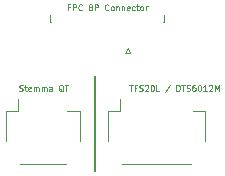
<source format=gbr>
%TF.GenerationSoftware,KiCad,Pcbnew,9.0.4*%
%TF.CreationDate,2025-11-17T08:26:59+00:00*%
%TF.ProjectId,MRF-Pro-v7-breakout-33,4d52462d-5072-46f2-9d76-372d62726561,rev?*%
%TF.SameCoordinates,Original*%
%TF.FileFunction,Legend,Top*%
%TF.FilePolarity,Positive*%
%FSLAX46Y46*%
G04 Gerber Fmt 4.6, Leading zero omitted, Abs format (unit mm)*
G04 Created by KiCad (PCBNEW 9.0.4) date 2025-11-17 08:26:59*
%MOMM*%
%LPD*%
G01*
G04 APERTURE LIST*
%ADD10C,0.150000*%
%ADD11C,0.125000*%
%ADD12C,0.120000*%
G04 APERTURE END LIST*
D10*
X126750000Y-138000000D02*
X126750000Y-130000000D01*
D11*
X124625230Y-124139104D02*
X124458563Y-124139104D01*
X124458563Y-124401009D02*
X124458563Y-123901009D01*
X124458563Y-123901009D02*
X124696658Y-123901009D01*
X124887134Y-124401009D02*
X124887134Y-123901009D01*
X124887134Y-123901009D02*
X125077610Y-123901009D01*
X125077610Y-123901009D02*
X125125229Y-123924819D01*
X125125229Y-123924819D02*
X125149039Y-123948628D01*
X125149039Y-123948628D02*
X125172848Y-123996247D01*
X125172848Y-123996247D02*
X125172848Y-124067676D01*
X125172848Y-124067676D02*
X125149039Y-124115295D01*
X125149039Y-124115295D02*
X125125229Y-124139104D01*
X125125229Y-124139104D02*
X125077610Y-124162914D01*
X125077610Y-124162914D02*
X124887134Y-124162914D01*
X125672848Y-124353390D02*
X125649039Y-124377200D01*
X125649039Y-124377200D02*
X125577610Y-124401009D01*
X125577610Y-124401009D02*
X125529991Y-124401009D01*
X125529991Y-124401009D02*
X125458563Y-124377200D01*
X125458563Y-124377200D02*
X125410944Y-124329580D01*
X125410944Y-124329580D02*
X125387134Y-124281961D01*
X125387134Y-124281961D02*
X125363325Y-124186723D01*
X125363325Y-124186723D02*
X125363325Y-124115295D01*
X125363325Y-124115295D02*
X125387134Y-124020057D01*
X125387134Y-124020057D02*
X125410944Y-123972438D01*
X125410944Y-123972438D02*
X125458563Y-123924819D01*
X125458563Y-123924819D02*
X125529991Y-123901009D01*
X125529991Y-123901009D02*
X125577610Y-123901009D01*
X125577610Y-123901009D02*
X125649039Y-123924819D01*
X125649039Y-123924819D02*
X125672848Y-123948628D01*
X126339515Y-124115295D02*
X126291896Y-124091485D01*
X126291896Y-124091485D02*
X126268086Y-124067676D01*
X126268086Y-124067676D02*
X126244277Y-124020057D01*
X126244277Y-124020057D02*
X126244277Y-123996247D01*
X126244277Y-123996247D02*
X126268086Y-123948628D01*
X126268086Y-123948628D02*
X126291896Y-123924819D01*
X126291896Y-123924819D02*
X126339515Y-123901009D01*
X126339515Y-123901009D02*
X126434753Y-123901009D01*
X126434753Y-123901009D02*
X126482372Y-123924819D01*
X126482372Y-123924819D02*
X126506181Y-123948628D01*
X126506181Y-123948628D02*
X126529991Y-123996247D01*
X126529991Y-123996247D02*
X126529991Y-124020057D01*
X126529991Y-124020057D02*
X126506181Y-124067676D01*
X126506181Y-124067676D02*
X126482372Y-124091485D01*
X126482372Y-124091485D02*
X126434753Y-124115295D01*
X126434753Y-124115295D02*
X126339515Y-124115295D01*
X126339515Y-124115295D02*
X126291896Y-124139104D01*
X126291896Y-124139104D02*
X126268086Y-124162914D01*
X126268086Y-124162914D02*
X126244277Y-124210533D01*
X126244277Y-124210533D02*
X126244277Y-124305771D01*
X126244277Y-124305771D02*
X126268086Y-124353390D01*
X126268086Y-124353390D02*
X126291896Y-124377200D01*
X126291896Y-124377200D02*
X126339515Y-124401009D01*
X126339515Y-124401009D02*
X126434753Y-124401009D01*
X126434753Y-124401009D02*
X126482372Y-124377200D01*
X126482372Y-124377200D02*
X126506181Y-124353390D01*
X126506181Y-124353390D02*
X126529991Y-124305771D01*
X126529991Y-124305771D02*
X126529991Y-124210533D01*
X126529991Y-124210533D02*
X126506181Y-124162914D01*
X126506181Y-124162914D02*
X126482372Y-124139104D01*
X126482372Y-124139104D02*
X126434753Y-124115295D01*
X126744276Y-124401009D02*
X126744276Y-123901009D01*
X126744276Y-123901009D02*
X126934752Y-123901009D01*
X126934752Y-123901009D02*
X126982371Y-123924819D01*
X126982371Y-123924819D02*
X127006181Y-123948628D01*
X127006181Y-123948628D02*
X127029990Y-123996247D01*
X127029990Y-123996247D02*
X127029990Y-124067676D01*
X127029990Y-124067676D02*
X127006181Y-124115295D01*
X127006181Y-124115295D02*
X126982371Y-124139104D01*
X126982371Y-124139104D02*
X126934752Y-124162914D01*
X126934752Y-124162914D02*
X126744276Y-124162914D01*
X127910942Y-124353390D02*
X127887133Y-124377200D01*
X127887133Y-124377200D02*
X127815704Y-124401009D01*
X127815704Y-124401009D02*
X127768085Y-124401009D01*
X127768085Y-124401009D02*
X127696657Y-124377200D01*
X127696657Y-124377200D02*
X127649038Y-124329580D01*
X127649038Y-124329580D02*
X127625228Y-124281961D01*
X127625228Y-124281961D02*
X127601419Y-124186723D01*
X127601419Y-124186723D02*
X127601419Y-124115295D01*
X127601419Y-124115295D02*
X127625228Y-124020057D01*
X127625228Y-124020057D02*
X127649038Y-123972438D01*
X127649038Y-123972438D02*
X127696657Y-123924819D01*
X127696657Y-123924819D02*
X127768085Y-123901009D01*
X127768085Y-123901009D02*
X127815704Y-123901009D01*
X127815704Y-123901009D02*
X127887133Y-123924819D01*
X127887133Y-123924819D02*
X127910942Y-123948628D01*
X128196657Y-124401009D02*
X128149038Y-124377200D01*
X128149038Y-124377200D02*
X128125228Y-124353390D01*
X128125228Y-124353390D02*
X128101419Y-124305771D01*
X128101419Y-124305771D02*
X128101419Y-124162914D01*
X128101419Y-124162914D02*
X128125228Y-124115295D01*
X128125228Y-124115295D02*
X128149038Y-124091485D01*
X128149038Y-124091485D02*
X128196657Y-124067676D01*
X128196657Y-124067676D02*
X128268085Y-124067676D01*
X128268085Y-124067676D02*
X128315704Y-124091485D01*
X128315704Y-124091485D02*
X128339514Y-124115295D01*
X128339514Y-124115295D02*
X128363323Y-124162914D01*
X128363323Y-124162914D02*
X128363323Y-124305771D01*
X128363323Y-124305771D02*
X128339514Y-124353390D01*
X128339514Y-124353390D02*
X128315704Y-124377200D01*
X128315704Y-124377200D02*
X128268085Y-124401009D01*
X128268085Y-124401009D02*
X128196657Y-124401009D01*
X128577609Y-124067676D02*
X128577609Y-124401009D01*
X128577609Y-124115295D02*
X128601419Y-124091485D01*
X128601419Y-124091485D02*
X128649038Y-124067676D01*
X128649038Y-124067676D02*
X128720466Y-124067676D01*
X128720466Y-124067676D02*
X128768085Y-124091485D01*
X128768085Y-124091485D02*
X128791895Y-124139104D01*
X128791895Y-124139104D02*
X128791895Y-124401009D01*
X129029990Y-124067676D02*
X129029990Y-124401009D01*
X129029990Y-124115295D02*
X129053800Y-124091485D01*
X129053800Y-124091485D02*
X129101419Y-124067676D01*
X129101419Y-124067676D02*
X129172847Y-124067676D01*
X129172847Y-124067676D02*
X129220466Y-124091485D01*
X129220466Y-124091485D02*
X129244276Y-124139104D01*
X129244276Y-124139104D02*
X129244276Y-124401009D01*
X129672847Y-124377200D02*
X129625228Y-124401009D01*
X129625228Y-124401009D02*
X129529990Y-124401009D01*
X129529990Y-124401009D02*
X129482371Y-124377200D01*
X129482371Y-124377200D02*
X129458562Y-124329580D01*
X129458562Y-124329580D02*
X129458562Y-124139104D01*
X129458562Y-124139104D02*
X129482371Y-124091485D01*
X129482371Y-124091485D02*
X129529990Y-124067676D01*
X129529990Y-124067676D02*
X129625228Y-124067676D01*
X129625228Y-124067676D02*
X129672847Y-124091485D01*
X129672847Y-124091485D02*
X129696657Y-124139104D01*
X129696657Y-124139104D02*
X129696657Y-124186723D01*
X129696657Y-124186723D02*
X129458562Y-124234342D01*
X130125228Y-124377200D02*
X130077609Y-124401009D01*
X130077609Y-124401009D02*
X129982371Y-124401009D01*
X129982371Y-124401009D02*
X129934752Y-124377200D01*
X129934752Y-124377200D02*
X129910942Y-124353390D01*
X129910942Y-124353390D02*
X129887133Y-124305771D01*
X129887133Y-124305771D02*
X129887133Y-124162914D01*
X129887133Y-124162914D02*
X129910942Y-124115295D01*
X129910942Y-124115295D02*
X129934752Y-124091485D01*
X129934752Y-124091485D02*
X129982371Y-124067676D01*
X129982371Y-124067676D02*
X130077609Y-124067676D01*
X130077609Y-124067676D02*
X130125228Y-124091485D01*
X130268085Y-124067676D02*
X130458561Y-124067676D01*
X130339513Y-123901009D02*
X130339513Y-124329580D01*
X130339513Y-124329580D02*
X130363323Y-124377200D01*
X130363323Y-124377200D02*
X130410942Y-124401009D01*
X130410942Y-124401009D02*
X130458561Y-124401009D01*
X130696656Y-124401009D02*
X130649037Y-124377200D01*
X130649037Y-124377200D02*
X130625227Y-124353390D01*
X130625227Y-124353390D02*
X130601418Y-124305771D01*
X130601418Y-124305771D02*
X130601418Y-124162914D01*
X130601418Y-124162914D02*
X130625227Y-124115295D01*
X130625227Y-124115295D02*
X130649037Y-124091485D01*
X130649037Y-124091485D02*
X130696656Y-124067676D01*
X130696656Y-124067676D02*
X130768084Y-124067676D01*
X130768084Y-124067676D02*
X130815703Y-124091485D01*
X130815703Y-124091485D02*
X130839513Y-124115295D01*
X130839513Y-124115295D02*
X130863322Y-124162914D01*
X130863322Y-124162914D02*
X130863322Y-124305771D01*
X130863322Y-124305771D02*
X130839513Y-124353390D01*
X130839513Y-124353390D02*
X130815703Y-124377200D01*
X130815703Y-124377200D02*
X130768084Y-124401009D01*
X130768084Y-124401009D02*
X130696656Y-124401009D01*
X131077608Y-124401009D02*
X131077608Y-124067676D01*
X131077608Y-124162914D02*
X131101418Y-124115295D01*
X131101418Y-124115295D02*
X131125227Y-124091485D01*
X131125227Y-124091485D02*
X131172846Y-124067676D01*
X131172846Y-124067676D02*
X131220465Y-124067676D01*
X120366886Y-131201000D02*
X120438314Y-131224809D01*
X120438314Y-131224809D02*
X120557362Y-131224809D01*
X120557362Y-131224809D02*
X120604981Y-131201000D01*
X120604981Y-131201000D02*
X120628790Y-131177190D01*
X120628790Y-131177190D02*
X120652600Y-131129571D01*
X120652600Y-131129571D02*
X120652600Y-131081952D01*
X120652600Y-131081952D02*
X120628790Y-131034333D01*
X120628790Y-131034333D02*
X120604981Y-131010523D01*
X120604981Y-131010523D02*
X120557362Y-130986714D01*
X120557362Y-130986714D02*
X120462124Y-130962904D01*
X120462124Y-130962904D02*
X120414505Y-130939095D01*
X120414505Y-130939095D02*
X120390695Y-130915285D01*
X120390695Y-130915285D02*
X120366886Y-130867666D01*
X120366886Y-130867666D02*
X120366886Y-130820047D01*
X120366886Y-130820047D02*
X120390695Y-130772428D01*
X120390695Y-130772428D02*
X120414505Y-130748619D01*
X120414505Y-130748619D02*
X120462124Y-130724809D01*
X120462124Y-130724809D02*
X120581171Y-130724809D01*
X120581171Y-130724809D02*
X120652600Y-130748619D01*
X120795457Y-130891476D02*
X120985933Y-130891476D01*
X120866885Y-130724809D02*
X120866885Y-131153380D01*
X120866885Y-131153380D02*
X120890695Y-131201000D01*
X120890695Y-131201000D02*
X120938314Y-131224809D01*
X120938314Y-131224809D02*
X120985933Y-131224809D01*
X121343075Y-131201000D02*
X121295456Y-131224809D01*
X121295456Y-131224809D02*
X121200218Y-131224809D01*
X121200218Y-131224809D02*
X121152599Y-131201000D01*
X121152599Y-131201000D02*
X121128790Y-131153380D01*
X121128790Y-131153380D02*
X121128790Y-130962904D01*
X121128790Y-130962904D02*
X121152599Y-130915285D01*
X121152599Y-130915285D02*
X121200218Y-130891476D01*
X121200218Y-130891476D02*
X121295456Y-130891476D01*
X121295456Y-130891476D02*
X121343075Y-130915285D01*
X121343075Y-130915285D02*
X121366885Y-130962904D01*
X121366885Y-130962904D02*
X121366885Y-131010523D01*
X121366885Y-131010523D02*
X121128790Y-131058142D01*
X121581170Y-131224809D02*
X121581170Y-130891476D01*
X121581170Y-130939095D02*
X121604980Y-130915285D01*
X121604980Y-130915285D02*
X121652599Y-130891476D01*
X121652599Y-130891476D02*
X121724027Y-130891476D01*
X121724027Y-130891476D02*
X121771646Y-130915285D01*
X121771646Y-130915285D02*
X121795456Y-130962904D01*
X121795456Y-130962904D02*
X121795456Y-131224809D01*
X121795456Y-130962904D02*
X121819265Y-130915285D01*
X121819265Y-130915285D02*
X121866884Y-130891476D01*
X121866884Y-130891476D02*
X121938313Y-130891476D01*
X121938313Y-130891476D02*
X121985932Y-130915285D01*
X121985932Y-130915285D02*
X122009742Y-130962904D01*
X122009742Y-130962904D02*
X122009742Y-131224809D01*
X122247837Y-131224809D02*
X122247837Y-130891476D01*
X122247837Y-130939095D02*
X122271647Y-130915285D01*
X122271647Y-130915285D02*
X122319266Y-130891476D01*
X122319266Y-130891476D02*
X122390694Y-130891476D01*
X122390694Y-130891476D02*
X122438313Y-130915285D01*
X122438313Y-130915285D02*
X122462123Y-130962904D01*
X122462123Y-130962904D02*
X122462123Y-131224809D01*
X122462123Y-130962904D02*
X122485932Y-130915285D01*
X122485932Y-130915285D02*
X122533551Y-130891476D01*
X122533551Y-130891476D02*
X122604980Y-130891476D01*
X122604980Y-130891476D02*
X122652599Y-130915285D01*
X122652599Y-130915285D02*
X122676409Y-130962904D01*
X122676409Y-130962904D02*
X122676409Y-131224809D01*
X123128790Y-131224809D02*
X123128790Y-130962904D01*
X123128790Y-130962904D02*
X123104980Y-130915285D01*
X123104980Y-130915285D02*
X123057361Y-130891476D01*
X123057361Y-130891476D02*
X122962123Y-130891476D01*
X122962123Y-130891476D02*
X122914504Y-130915285D01*
X123128790Y-131201000D02*
X123081171Y-131224809D01*
X123081171Y-131224809D02*
X122962123Y-131224809D01*
X122962123Y-131224809D02*
X122914504Y-131201000D01*
X122914504Y-131201000D02*
X122890695Y-131153380D01*
X122890695Y-131153380D02*
X122890695Y-131105761D01*
X122890695Y-131105761D02*
X122914504Y-131058142D01*
X122914504Y-131058142D02*
X122962123Y-131034333D01*
X122962123Y-131034333D02*
X123081171Y-131034333D01*
X123081171Y-131034333D02*
X123128790Y-131010523D01*
X124081170Y-131272428D02*
X124033551Y-131248619D01*
X124033551Y-131248619D02*
X123985932Y-131201000D01*
X123985932Y-131201000D02*
X123914504Y-131129571D01*
X123914504Y-131129571D02*
X123866885Y-131105761D01*
X123866885Y-131105761D02*
X123819266Y-131105761D01*
X123843075Y-131224809D02*
X123795456Y-131201000D01*
X123795456Y-131201000D02*
X123747837Y-131153380D01*
X123747837Y-131153380D02*
X123724028Y-131058142D01*
X123724028Y-131058142D02*
X123724028Y-130891476D01*
X123724028Y-130891476D02*
X123747837Y-130796238D01*
X123747837Y-130796238D02*
X123795456Y-130748619D01*
X123795456Y-130748619D02*
X123843075Y-130724809D01*
X123843075Y-130724809D02*
X123938313Y-130724809D01*
X123938313Y-130724809D02*
X123985932Y-130748619D01*
X123985932Y-130748619D02*
X124033551Y-130796238D01*
X124033551Y-130796238D02*
X124057361Y-130891476D01*
X124057361Y-130891476D02*
X124057361Y-131058142D01*
X124057361Y-131058142D02*
X124033551Y-131153380D01*
X124033551Y-131153380D02*
X123985932Y-131201000D01*
X123985932Y-131201000D02*
X123938313Y-131224809D01*
X123938313Y-131224809D02*
X123843075Y-131224809D01*
X124200219Y-130724809D02*
X124485933Y-130724809D01*
X124343076Y-131224809D02*
X124343076Y-130724809D01*
X129666669Y-130724809D02*
X129952383Y-130724809D01*
X129809526Y-131224809D02*
X129809526Y-130724809D01*
X130285716Y-130962904D02*
X130119049Y-130962904D01*
X130119049Y-131224809D02*
X130119049Y-130724809D01*
X130119049Y-130724809D02*
X130357144Y-130724809D01*
X130523811Y-131201000D02*
X130595239Y-131224809D01*
X130595239Y-131224809D02*
X130714287Y-131224809D01*
X130714287Y-131224809D02*
X130761906Y-131201000D01*
X130761906Y-131201000D02*
X130785715Y-131177190D01*
X130785715Y-131177190D02*
X130809525Y-131129571D01*
X130809525Y-131129571D02*
X130809525Y-131081952D01*
X130809525Y-131081952D02*
X130785715Y-131034333D01*
X130785715Y-131034333D02*
X130761906Y-131010523D01*
X130761906Y-131010523D02*
X130714287Y-130986714D01*
X130714287Y-130986714D02*
X130619049Y-130962904D01*
X130619049Y-130962904D02*
X130571430Y-130939095D01*
X130571430Y-130939095D02*
X130547620Y-130915285D01*
X130547620Y-130915285D02*
X130523811Y-130867666D01*
X130523811Y-130867666D02*
X130523811Y-130820047D01*
X130523811Y-130820047D02*
X130547620Y-130772428D01*
X130547620Y-130772428D02*
X130571430Y-130748619D01*
X130571430Y-130748619D02*
X130619049Y-130724809D01*
X130619049Y-130724809D02*
X130738096Y-130724809D01*
X130738096Y-130724809D02*
X130809525Y-130748619D01*
X131000001Y-130772428D02*
X131023810Y-130748619D01*
X131023810Y-130748619D02*
X131071429Y-130724809D01*
X131071429Y-130724809D02*
X131190477Y-130724809D01*
X131190477Y-130724809D02*
X131238096Y-130748619D01*
X131238096Y-130748619D02*
X131261905Y-130772428D01*
X131261905Y-130772428D02*
X131285715Y-130820047D01*
X131285715Y-130820047D02*
X131285715Y-130867666D01*
X131285715Y-130867666D02*
X131261905Y-130939095D01*
X131261905Y-130939095D02*
X130976191Y-131224809D01*
X130976191Y-131224809D02*
X131285715Y-131224809D01*
X131595238Y-130724809D02*
X131642857Y-130724809D01*
X131642857Y-130724809D02*
X131690476Y-130748619D01*
X131690476Y-130748619D02*
X131714286Y-130772428D01*
X131714286Y-130772428D02*
X131738095Y-130820047D01*
X131738095Y-130820047D02*
X131761905Y-130915285D01*
X131761905Y-130915285D02*
X131761905Y-131034333D01*
X131761905Y-131034333D02*
X131738095Y-131129571D01*
X131738095Y-131129571D02*
X131714286Y-131177190D01*
X131714286Y-131177190D02*
X131690476Y-131201000D01*
X131690476Y-131201000D02*
X131642857Y-131224809D01*
X131642857Y-131224809D02*
X131595238Y-131224809D01*
X131595238Y-131224809D02*
X131547619Y-131201000D01*
X131547619Y-131201000D02*
X131523810Y-131177190D01*
X131523810Y-131177190D02*
X131500000Y-131129571D01*
X131500000Y-131129571D02*
X131476191Y-131034333D01*
X131476191Y-131034333D02*
X131476191Y-130915285D01*
X131476191Y-130915285D02*
X131500000Y-130820047D01*
X131500000Y-130820047D02*
X131523810Y-130772428D01*
X131523810Y-130772428D02*
X131547619Y-130748619D01*
X131547619Y-130748619D02*
X131595238Y-130724809D01*
X132214285Y-131224809D02*
X131976190Y-131224809D01*
X131976190Y-131224809D02*
X131976190Y-130724809D01*
X133119047Y-130701000D02*
X132690476Y-131343857D01*
X133666666Y-131224809D02*
X133666666Y-130724809D01*
X133666666Y-130724809D02*
X133785714Y-130724809D01*
X133785714Y-130724809D02*
X133857142Y-130748619D01*
X133857142Y-130748619D02*
X133904761Y-130796238D01*
X133904761Y-130796238D02*
X133928571Y-130843857D01*
X133928571Y-130843857D02*
X133952380Y-130939095D01*
X133952380Y-130939095D02*
X133952380Y-131010523D01*
X133952380Y-131010523D02*
X133928571Y-131105761D01*
X133928571Y-131105761D02*
X133904761Y-131153380D01*
X133904761Y-131153380D02*
X133857142Y-131201000D01*
X133857142Y-131201000D02*
X133785714Y-131224809D01*
X133785714Y-131224809D02*
X133666666Y-131224809D01*
X134095238Y-130724809D02*
X134380952Y-130724809D01*
X134238095Y-131224809D02*
X134238095Y-130724809D01*
X134523809Y-131201000D02*
X134595237Y-131224809D01*
X134595237Y-131224809D02*
X134714285Y-131224809D01*
X134714285Y-131224809D02*
X134761904Y-131201000D01*
X134761904Y-131201000D02*
X134785713Y-131177190D01*
X134785713Y-131177190D02*
X134809523Y-131129571D01*
X134809523Y-131129571D02*
X134809523Y-131081952D01*
X134809523Y-131081952D02*
X134785713Y-131034333D01*
X134785713Y-131034333D02*
X134761904Y-131010523D01*
X134761904Y-131010523D02*
X134714285Y-130986714D01*
X134714285Y-130986714D02*
X134619047Y-130962904D01*
X134619047Y-130962904D02*
X134571428Y-130939095D01*
X134571428Y-130939095D02*
X134547618Y-130915285D01*
X134547618Y-130915285D02*
X134523809Y-130867666D01*
X134523809Y-130867666D02*
X134523809Y-130820047D01*
X134523809Y-130820047D02*
X134547618Y-130772428D01*
X134547618Y-130772428D02*
X134571428Y-130748619D01*
X134571428Y-130748619D02*
X134619047Y-130724809D01*
X134619047Y-130724809D02*
X134738094Y-130724809D01*
X134738094Y-130724809D02*
X134809523Y-130748619D01*
X135238094Y-130724809D02*
X135142856Y-130724809D01*
X135142856Y-130724809D02*
X135095237Y-130748619D01*
X135095237Y-130748619D02*
X135071427Y-130772428D01*
X135071427Y-130772428D02*
X135023808Y-130843857D01*
X135023808Y-130843857D02*
X134999999Y-130939095D01*
X134999999Y-130939095D02*
X134999999Y-131129571D01*
X134999999Y-131129571D02*
X135023808Y-131177190D01*
X135023808Y-131177190D02*
X135047618Y-131201000D01*
X135047618Y-131201000D02*
X135095237Y-131224809D01*
X135095237Y-131224809D02*
X135190475Y-131224809D01*
X135190475Y-131224809D02*
X135238094Y-131201000D01*
X135238094Y-131201000D02*
X135261903Y-131177190D01*
X135261903Y-131177190D02*
X135285713Y-131129571D01*
X135285713Y-131129571D02*
X135285713Y-131010523D01*
X135285713Y-131010523D02*
X135261903Y-130962904D01*
X135261903Y-130962904D02*
X135238094Y-130939095D01*
X135238094Y-130939095D02*
X135190475Y-130915285D01*
X135190475Y-130915285D02*
X135095237Y-130915285D01*
X135095237Y-130915285D02*
X135047618Y-130939095D01*
X135047618Y-130939095D02*
X135023808Y-130962904D01*
X135023808Y-130962904D02*
X134999999Y-131010523D01*
X135595236Y-130724809D02*
X135642855Y-130724809D01*
X135642855Y-130724809D02*
X135690474Y-130748619D01*
X135690474Y-130748619D02*
X135714284Y-130772428D01*
X135714284Y-130772428D02*
X135738093Y-130820047D01*
X135738093Y-130820047D02*
X135761903Y-130915285D01*
X135761903Y-130915285D02*
X135761903Y-131034333D01*
X135761903Y-131034333D02*
X135738093Y-131129571D01*
X135738093Y-131129571D02*
X135714284Y-131177190D01*
X135714284Y-131177190D02*
X135690474Y-131201000D01*
X135690474Y-131201000D02*
X135642855Y-131224809D01*
X135642855Y-131224809D02*
X135595236Y-131224809D01*
X135595236Y-131224809D02*
X135547617Y-131201000D01*
X135547617Y-131201000D02*
X135523808Y-131177190D01*
X135523808Y-131177190D02*
X135499998Y-131129571D01*
X135499998Y-131129571D02*
X135476189Y-131034333D01*
X135476189Y-131034333D02*
X135476189Y-130915285D01*
X135476189Y-130915285D02*
X135499998Y-130820047D01*
X135499998Y-130820047D02*
X135523808Y-130772428D01*
X135523808Y-130772428D02*
X135547617Y-130748619D01*
X135547617Y-130748619D02*
X135595236Y-130724809D01*
X136238093Y-131224809D02*
X135952379Y-131224809D01*
X136095236Y-131224809D02*
X136095236Y-130724809D01*
X136095236Y-130724809D02*
X136047617Y-130796238D01*
X136047617Y-130796238D02*
X135999998Y-130843857D01*
X135999998Y-130843857D02*
X135952379Y-130867666D01*
X136428569Y-130772428D02*
X136452378Y-130748619D01*
X136452378Y-130748619D02*
X136499997Y-130724809D01*
X136499997Y-130724809D02*
X136619045Y-130724809D01*
X136619045Y-130724809D02*
X136666664Y-130748619D01*
X136666664Y-130748619D02*
X136690473Y-130772428D01*
X136690473Y-130772428D02*
X136714283Y-130820047D01*
X136714283Y-130820047D02*
X136714283Y-130867666D01*
X136714283Y-130867666D02*
X136690473Y-130939095D01*
X136690473Y-130939095D02*
X136404759Y-131224809D01*
X136404759Y-131224809D02*
X136714283Y-131224809D01*
X136928568Y-131224809D02*
X136928568Y-130724809D01*
X136928568Y-130724809D02*
X137095235Y-131081952D01*
X137095235Y-131081952D02*
X137261901Y-130724809D01*
X137261901Y-130724809D02*
X137261901Y-131224809D01*
D12*
%TO.C,J5*%
X122978800Y-125386200D02*
X122978800Y-124786200D01*
X123088800Y-125386200D02*
X122978800Y-125386200D01*
X129353800Y-127976200D02*
X129753800Y-127976200D01*
X129553800Y-127576200D02*
X129353800Y-127976200D01*
X129753800Y-127976200D02*
X129553800Y-127576200D01*
X132518800Y-125386200D02*
X132628800Y-125386200D01*
X132628800Y-125386200D02*
X132628800Y-124786200D01*
%TO.C,J6*%
X119243200Y-132930000D02*
X120293200Y-132930000D01*
X119243200Y-135430000D02*
X119243200Y-132930000D01*
X120293200Y-132930000D02*
X120293200Y-131940000D01*
X120413200Y-137400000D02*
X124293200Y-137400000D01*
X125463200Y-132930000D02*
X124413200Y-132930000D01*
X125463200Y-135430000D02*
X125463200Y-132930000D01*
%TO.C,J7*%
X127860400Y-132930000D02*
X128910400Y-132930000D01*
X127860400Y-135430000D02*
X127860400Y-132930000D01*
X128910400Y-132930000D02*
X128910400Y-131940000D01*
X129030400Y-137400000D02*
X134910400Y-137400000D01*
X136080400Y-132930000D02*
X135030400Y-132930000D01*
X136080400Y-135430000D02*
X136080400Y-132930000D01*
%TD*%
M02*

</source>
